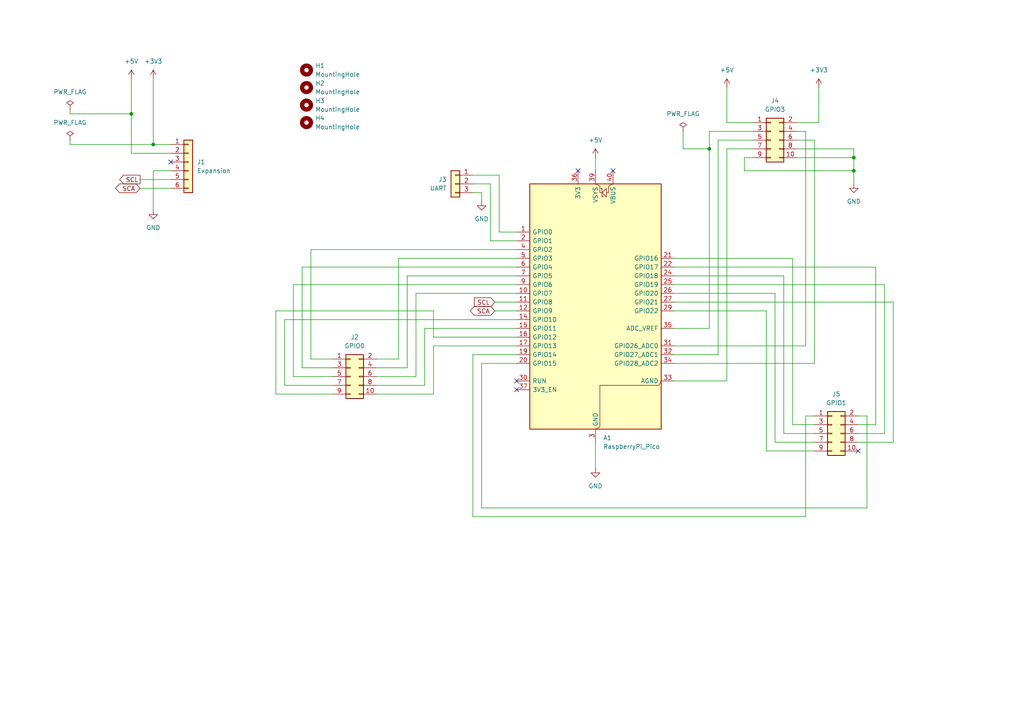
<source format=kicad_sch>
(kicad_sch (version 20231120) (generator "eeschema") (generator_version "8.0")
  (paper "A4")
  (title_block (title "Valiant Turtle 2 - Aux Board") (date "2024-10-05") (rev "1_0") (company "https://www.waitingforfriday.com") (comment 1 "(c) 2024 Simon Inns") (comment 2 "License:  Attribution-ShareAlike 4.0 International (CC BY-SA 4.0)"))
  (lib_symbols
    (symbol "Connector_Generic:Conn_01x03" (pin_names (offset 1.016) hide)
      (property "Reference" "J" (at 0 5.08 0))
      (property "Value" "Conn_01x03" (at 0 -5.08 0))
      (symbol "Conn_01x03_1_1"
        (rectangle (start -1.27 -2.413) (end 0 -2.667) (stroke (width 0.1524)))
        (rectangle (start -1.27 0.127) (end 0 -0.127) (stroke (width 0.1524)))
        (rectangle (start -1.27 2.667) (end 0 2.413) (stroke (width 0.1524)))
        (rectangle (start -1.27 3.81) (end 1.27 -3.81) (stroke (width 0.254)) (fill (type background)))
        (pin passive line (at -5.08 2.54 0) (length 3.81) (name "Pin_1") (number "1"))
        (pin passive line (at -5.08 0 0) (length 3.81) (name "Pin_2") (number "2"))
        (pin passive line (at -5.08 -2.54 0) (length 3.81) (name "Pin_3") (number "3"))
      )
    )
    (symbol "Connector_Generic:Conn_01x06" (pin_names (offset 1.016) hide)
      (property "Reference" "J" (at 0 7.62 0))
      (property "Value" "Conn_01x06" (at 0 -10.16 0))
      (symbol "Conn_01x06_1_1"
        (rectangle (start -1.27 -7.493) (end 0 -7.747) (stroke (width 0.1524)))
        (rectangle (start -1.27 -4.953) (end 0 -5.207) (stroke (width 0.1524)))
        (rectangle (start -1.27 -2.413) (end 0 -2.667) (stroke (width 0.1524)))
        (rectangle (start -1.27 0.127) (end 0 -0.127) (stroke (width 0.1524)))
        (rectangle (start -1.27 2.667) (end 0 2.413) (stroke (width 0.1524)))
        (rectangle (start -1.27 5.207) (end 0 4.953) (stroke (width 0.1524)))
        (rectangle (start -1.27 6.35) (end 1.27 -8.89) (stroke (width 0.254)) (fill (type background)))
        (pin passive line (at -5.08 5.08 0) (length 3.81) (name "Pin_1") (number "1"))
        (pin passive line (at -5.08 2.54 0) (length 3.81) (name "Pin_2") (number "2"))
        (pin passive line (at -5.08 0 0) (length 3.81) (name "Pin_3") (number "3"))
        (pin passive line (at -5.08 -2.54 0) (length 3.81) (name "Pin_4") (number "4"))
        (pin passive line (at -5.08 -5.08 0) (length 3.81) (name "Pin_5") (number "5"))
        (pin passive line (at -5.08 -7.62 0) (length 3.81) (name "Pin_6") (number "6"))
      )
    )
    (symbol "Connector_Generic:Conn_02x05_Odd_Even" (pin_names (offset 1.016) hide)
      (property "Reference" "J" (at 1.27 7.62 0))
      (property "Value" "Conn_02x05_Odd_Even" (at 1.27 -7.62 0))
      (symbol "Conn_02x05_Odd_Even_1_1"
        (rectangle (start -1.27 -4.953) (end 0 -5.207) (stroke (width 0.1524)))
        (rectangle (start -1.27 -2.413) (end 0 -2.667) (stroke (width 0.1524)))
        (rectangle (start -1.27 0.127) (end 0 -0.127) (stroke (width 0.1524)))
        (rectangle (start -1.27 2.667) (end 0 2.413) (stroke (width 0.1524)))
        (rectangle (start -1.27 5.207) (end 0 4.953) (stroke (width 0.1524)))
        (rectangle (start -1.27 6.35) (end 3.81 -6.35) (stroke (width 0.254)) (fill (type background)))
        (rectangle (start 3.81 -4.953) (end 2.54 -5.207) (stroke (width 0.1524)))
        (rectangle (start 3.81 -2.413) (end 2.54 -2.667) (stroke (width 0.1524)))
        (rectangle (start 3.81 0.127) (end 2.54 -0.127) (stroke (width 0.1524)))
        (rectangle (start 3.81 2.667) (end 2.54 2.413) (stroke (width 0.1524)))
        (rectangle (start 3.81 5.207) (end 2.54 4.953) (stroke (width 0.1524)))
        (pin passive line (at -5.08 5.08 0) (length 3.81) (name "Pin_1") (number "1"))
        (pin passive line (at 7.62 -5.08 180) (length 3.81) (name "Pin_10") (number "10"))
        (pin passive line (at 7.62 5.08 180) (length 3.81) (name "Pin_2") (number "2"))
        (pin passive line (at -5.08 2.54 0) (length 3.81) (name "Pin_3") (number "3"))
        (pin passive line (at 7.62 2.54 180) (length 3.81) (name "Pin_4") (number "4"))
        (pin passive line (at -5.08 0 0) (length 3.81) (name "Pin_5") (number "5"))
        (pin passive line (at 7.62 0 180) (length 3.81) (name "Pin_6") (number "6"))
        (pin passive line (at -5.08 -2.54 0) (length 3.81) (name "Pin_7") (number "7"))
        (pin passive line (at 7.62 -2.54 180) (length 3.81) (name "Pin_8") (number "8"))
        (pin passive line (at -5.08 -5.08 0) (length 3.81) (name "Pin_9") (number "9"))
      )
    )
    (symbol "MCU_Module_RaspberryPi_Pico:RaspberryPi_Pico" (pin_names (offset 0.762))
      (property "Reference" "A" (at -19.05 38.1 0))
      (property "Value" "RaspberryPi_Pico" (at 7.62 38.1 0))
      (symbol "RaspberryPi_Pico_0_1"
        (rectangle (start -19.05 36.83) (end 19.05 -34.29) (stroke (width 0.254)) (fill (type background)))
        (polyline (pts (xy 0 36.83) (xy 1.27 36.195) (xy 1.27 34.29) (xy 1.905 34.29)))
        (polyline (pts (xy 1.905 34.29) (xy 3.175 35.56) (xy 3.175 33.02) (xy 1.905 34.29)))
        (polyline (pts (xy 5.08 36.83) (xy 3.81 36.195) (xy 3.81 34.29) (xy 3.175 34.29)))
        (polyline (pts (xy 0 -34.29) (xy 1.27 -33.655) (xy 1.27 -21.59) (xy 18.415 -21.59) (xy 19.05 -20.32)))
        (polyline (pts (xy 1.651 35.306) (xy 1.651 35.56) (xy 1.905 35.56) (xy 1.905 33.02) (xy 2.159 33.02) (xy 2.159 33.274)))
      )
      (symbol "RaspberryPi_Pico_1_1"
        (pin bidirectional line (at -22.86 22.86 0) (length 3.81) (name "GPIO0") (number "1"))
        (pin bidirectional line (at -22.86 5.08 0) (length 3.81) (name "GPIO7") (number "10"))
        (pin bidirectional line (at -22.86 2.54 0) (length 3.81) (name "GPIO8") (number "11"))
        (pin bidirectional line (at -22.86 0 0) (length 3.81) (name "GPIO9") (number "12"))
        (pin passive line (at 0 -38.1 90) (length 3.81) hide (name "GND") (number "13"))
        (pin bidirectional line (at -22.86 -2.54 0) (length 3.81) (name "GPIO10") (number "14"))
        (pin bidirectional line (at -22.86 -5.08 0) (length 3.81) (name "GPIO11") (number "15"))
        (pin bidirectional line (at -22.86 -7.62 0) (length 3.81) (name "GPIO12") (number "16"))
        (pin bidirectional line (at -22.86 -10.16 0) (length 3.81) (name "GPIO13") (number "17"))
        (pin passive line (at 0 -38.1 90) (length 3.81) hide (name "GND") (number "18"))
        (pin bidirectional line (at -22.86 -12.7 0) (length 3.81) (name "GPIO14") (number "19"))
        (pin bidirectional line (at -22.86 20.32 0) (length 3.81) (name "GPIO1") (number "2"))
        (pin bidirectional line (at -22.86 -15.24 0) (length 3.81) (name "GPIO15") (number "20"))
        (pin bidirectional line (at 22.86 15.24 180) (length 3.81) (name "GPIO16") (number "21"))
        (pin bidirectional line (at 22.86 12.7 180) (length 3.81) (name "GPIO17") (number "22"))
        (pin passive line (at 0 -38.1 90) (length 3.81) hide (name "GND") (number "23"))
        (pin bidirectional line (at 22.86 10.16 180) (length 3.81) (name "GPIO18") (number "24"))
        (pin bidirectional line (at 22.86 7.62 180) (length 3.81) (name "GPIO19") (number "25"))
        (pin bidirectional line (at 22.86 5.08 180) (length 3.81) (name "GPIO20") (number "26"))
        (pin bidirectional line (at 22.86 2.54 180) (length 3.81) (name "GPIO21") (number "27"))
        (pin passive line (at 0 -38.1 90) (length 3.81) hide (name "GND") (number "28"))
        (pin bidirectional line (at 22.86 0 180) (length 3.81) (name "GPIO22") (number "29"))
        (pin power_out line (at 0 -38.1 90) (length 3.81) (name "GND") (number "3"))
        (pin input line (at -22.86 -20.32 0) (length 3.81) (name "RUN") (number "30"))
        (pin bidirectional line (at 22.86 -10.16 180) (length 3.81) (name "GPIO26_ADC0") (number "31"))
        (pin bidirectional line (at 22.86 -12.7 180) (length 3.81) (name "GPIO27_ADC1") (number "32"))
        (pin power_out line (at 22.86 -20.32 180) (length 3.81) (name "AGND") (number "33"))
        (pin bidirectional line (at 22.86 -15.24 180) (length 3.81) (name "GPIO28_ADC2") (number "34"))
        (pin power_in line (at 22.86 -5.08 180) (length 3.81) (name "ADC_VREF") (number "35"))
        (pin power_out line (at -5.08 40.64 270) (length 3.81) (name "3V3") (number "36"))
        (pin input line (at -22.86 -22.86 0) (length 3.81) (name "3V3_EN") (number "37"))
        (pin passive line (at 0 -38.1 90) (length 3.81) hide (name "GND") (number "38"))
        (pin power_in line (at 0 40.64 270) (length 3.81) (name "VSYS") (number "39"))
        (pin bidirectional line (at -22.86 17.78 0) (length 3.81) (name "GPIO2") (number "4"))
        (pin power_out line (at 5.08 40.64 270) (length 3.81) (name "VBUS") (number "40"))
        (pin bidirectional line (at -22.86 15.24 0) (length 3.81) (name "GPIO3") (number "5"))
        (pin bidirectional line (at -22.86 12.7 0) (length 3.81) (name "GPIO4") (number "6"))
        (pin bidirectional line (at -22.86 10.16 0) (length 3.81) (name "GPIO5") (number "7"))
        (pin passive line (at 0 -38.1 90) (length 3.81) hide (name "GND") (number "8"))
        (pin bidirectional line (at -22.86 7.62 0) (length 3.81) (name "GPIO6") (number "9"))
      )
    )
    (symbol "Mechanical:MountingHole" (pin_names (offset 1.016)) (exclude_from_sim yes) (in_bom no)
      (property "Reference" "H" (at 0 5.08 0))
      (property "Value" "MountingHole" (at 0 3.175 0))
      (symbol "MountingHole_0_1"
        (circle (center 0 0) (radius 1.27) (stroke (width 1.27)))
      )
    )
    (symbol "power:+3V3" (power) (pin_numbers hide) (pin_names (offset 0) hide)
      (property "Value" "+3V3" (at 0 3.556 0))
      (symbol "+3V3_0_1"
        (polyline (pts (xy -0.762 1.27) (xy 0 2.54)))
        (polyline (pts (xy 0 0) (xy 0 2.54)))
        (polyline (pts (xy 0 2.54) (xy 0.762 1.27)))
      )
      (symbol "+3V3_1_1"
        (pin power_in line (at 0 0 90) (length 0) (name "~") (number "1"))
      )
    )
    (symbol "power:+5V" (power) (pin_numbers hide) (pin_names (offset 0) hide)
      (property "Value" "+5V" (at 0 3.556 0))
      (symbol "+5V_0_1"
        (polyline (pts (xy -0.762 1.27) (xy 0 2.54)))
        (polyline (pts (xy 0 0) (xy 0 2.54)))
        (polyline (pts (xy 0 2.54) (xy 0.762 1.27)))
      )
      (symbol "+5V_1_1"
        (pin power_in line (at 0 0 90) (length 0) (name "~") (number "1"))
      )
    )
    (symbol "power:GND" (power) (pin_numbers hide) (pin_names (offset 0) hide)
      (property "Value" "GND" (at 0 -3.81 0))
      (symbol "GND_0_1"
        (polyline (pts (xy 0 0) (xy 0 -1.27) (xy 1.27 -1.27) (xy 0 -2.54) (xy -1.27 -1.27) (xy 0 -1.27)))
      )
      (symbol "GND_1_1"
        (pin power_in line (at 0 0 270) (length 0) (name "~") (number "1"))
      )
    )
    (symbol "power:PWR_FLAG" (power) (pin_numbers hide) (pin_names (offset 0) hide)
      (property "Value" "PWR_FLAG" (at 0 3.81 0))
      (symbol "PWR_FLAG_0_0"
        (pin power_out line (at 0 0 90) (length 0) (name "~") (number "1"))
      )
      (symbol "PWR_FLAG_0_1"
        (polyline (pts (xy 0 0) (xy 0 1.27) (xy -1.016 1.905) (xy 0 2.54) (xy 1.016 1.905) (xy 0 1.27)))
      )
    )
  )
  (junction (at 205.74 43.18))
  (junction (at 247.65 49.53))
  (junction (at 247.65 45.72))
  (junction (at 44.45 41.91))
  (junction (at 38.1 33.02))
  (no_connect (at 49.53 46.99))
  (no_connect (at 248.92 130.81))
  (no_connect (at 167.64 49.53))
  (no_connect (at 149.86 113.03))
  (no_connect (at 149.86 110.49))
  (no_connect (at 177.8 49.53))
  (wire (pts (xy 233.68 38.1) (xy 231.14 38.1)))
  (wire (pts (xy 172.72 128.27) (xy 172.72 135.89)))
  (wire (pts (xy 208.28 102.87) (xy 208.28 40.64)))
  (wire (pts (xy 236.22 40.64) (xy 231.14 40.64)))
  (wire (pts (xy 139.7 55.88) (xy 139.7 58.42)))
  (wire (pts (xy 233.68 149.86) (xy 233.68 120.65)))
  (wire (pts (xy 259.08 128.27) (xy 248.92 128.27)))
  (wire (pts (xy 139.7 147.32) (xy 251.46 147.32)))
  (wire (pts (xy 195.58 110.49) (xy 210.82 110.49)))
  (wire (pts (xy 142.24 53.34) (xy 137.16 53.34)))
  (wire (pts (xy 115.57 104.14) (xy 109.22 104.14)))
  (wire (pts (xy 205.74 95.25) (xy 205.74 43.18)))
  (wire (pts (xy 137.16 102.87) (xy 137.16 149.86)))
  (wire (pts (xy 125.73 114.3) (xy 109.22 114.3)))
  (wire (pts (xy 218.44 45.72) (xy 215.9 45.72)))
  (wire (pts (xy 251.46 147.32) (xy 251.46 120.65)))
  (wire (pts (xy 195.58 82.55) (xy 256.54 82.55)))
  (wire (pts (xy 195.58 85.09) (xy 224.79 85.09)))
  (wire (pts (xy 237.49 25.4) (xy 237.49 35.56)))
  (wire (pts (xy 218.44 35.56) (xy 210.82 35.56)))
  (wire (pts (xy 256.54 125.73) (xy 248.92 125.73)))
  (wire (pts (xy 198.12 43.18) (xy 205.74 43.18)))
  (wire (pts (xy 227.33 80.01) (xy 227.33 125.73)))
  (wire (pts (xy 210.82 25.4) (xy 210.82 35.56)))
  (wire (pts (xy 20.32 33.02) (xy 38.1 33.02)))
  (wire (pts (xy 205.74 38.1) (xy 218.44 38.1)))
  (wire (pts (xy 229.87 123.19) (xy 236.22 123.19)))
  (wire (pts (xy 144.78 67.31) (xy 144.78 50.8)))
  (wire (pts (xy 149.86 95.25) (xy 123.19 95.25)))
  (wire (pts (xy 144.78 67.31) (xy 149.86 67.31)))
  (wire (pts (xy 236.22 105.41) (xy 236.22 40.64)))
  (wire (pts (xy 82.55 111.76) (xy 96.52 111.76)))
  (wire (pts (xy 195.58 90.17) (xy 222.25 90.17)))
  (wire (pts (xy 247.65 43.18) (xy 247.65 45.72)))
  (wire (pts (xy 198.12 38.1) (xy 198.12 43.18)))
  (wire (pts (xy 85.09 109.22) (xy 96.52 109.22)))
  (wire (pts (xy 224.79 85.09) (xy 224.79 128.27)))
  (wire (pts (xy 195.58 102.87) (xy 208.28 102.87)))
  (wire (pts (xy 143.51 87.63) (xy 149.86 87.63)))
  (wire (pts (xy 195.58 74.93) (xy 229.87 74.93)))
  (wire (pts (xy 149.86 74.93) (xy 115.57 74.93)))
  (wire (pts (xy 149.86 92.71) (xy 82.55 92.71)))
  (wire (pts (xy 195.58 80.01) (xy 227.33 80.01)))
  (wire (pts (xy 254 123.19) (xy 248.92 123.19)))
  (wire (pts (xy 118.11 80.01) (xy 118.11 106.68)))
  (wire (pts (xy 44.45 41.91) (xy 44.45 22.86)))
  (wire (pts (xy 123.19 95.25) (xy 123.19 111.76)))
  (wire (pts (xy 40.64 52.07) (xy 49.53 52.07)))
  (wire (pts (xy 195.58 77.47) (xy 254 77.47)))
  (wire (pts (xy 149.86 97.79) (xy 125.73 97.79)))
  (wire (pts (xy 215.9 45.72) (xy 215.9 49.53)))
  (wire (pts (xy 222.25 90.17) (xy 222.25 130.81)))
  (wire (pts (xy 125.73 97.79) (xy 125.73 90.17)))
  (wire (pts (xy 222.25 130.81) (xy 236.22 130.81)))
  (wire (pts (xy 224.79 128.27) (xy 236.22 128.27)))
  (wire (pts (xy 210.82 43.18) (xy 218.44 43.18)))
  (wire (pts (xy 195.58 100.33) (xy 233.68 100.33)))
  (wire (pts (xy 149.86 72.39) (xy 90.17 72.39)))
  (wire (pts (xy 85.09 82.55) (xy 85.09 109.22)))
  (wire (pts (xy 49.53 41.91) (xy 44.45 41.91)))
  (wire (pts (xy 149.86 102.87) (xy 137.16 102.87)))
  (wire (pts (xy 231.14 43.18) (xy 247.65 43.18)))
  (wire (pts (xy 125.73 90.17) (xy 80.01 90.17)))
  (wire (pts (xy 195.58 87.63) (xy 259.08 87.63)))
  (wire (pts (xy 143.51 90.17) (xy 149.86 90.17)))
  (wire (pts (xy 49.53 49.53) (xy 44.45 49.53)))
  (wire (pts (xy 215.9 49.53) (xy 247.65 49.53)))
  (wire (pts (xy 87.63 106.68) (xy 96.52 106.68)))
  (wire (pts (xy 20.32 41.91) (xy 44.45 41.91)))
  (wire (pts (xy 208.28 40.64) (xy 218.44 40.64)))
  (wire (pts (xy 137.16 149.86) (xy 233.68 149.86)))
  (wire (pts (xy 195.58 105.41) (xy 236.22 105.41)))
  (wire (pts (xy 233.68 120.65) (xy 236.22 120.65)))
  (wire (pts (xy 254 77.47) (xy 254 123.19)))
  (wire (pts (xy 120.65 109.22) (xy 109.22 109.22)))
  (wire (pts (xy 120.65 85.09) (xy 120.65 109.22)))
  (wire (pts (xy 38.1 33.02) (xy 38.1 22.86)))
  (wire (pts (xy 205.74 43.18) (xy 205.74 38.1)))
  (wire (pts (xy 259.08 87.63) (xy 259.08 128.27)))
  (wire (pts (xy 40.64 54.61) (xy 49.53 54.61)))
  (wire (pts (xy 90.17 72.39) (xy 90.17 104.14)))
  (wire (pts (xy 149.86 85.09) (xy 120.65 85.09)))
  (wire (pts (xy 90.17 104.14) (xy 96.52 104.14)))
  (wire (pts (xy 20.32 40.64) (xy 20.32 41.91)))
  (wire (pts (xy 149.86 82.55) (xy 85.09 82.55)))
  (wire (pts (xy 142.24 69.85) (xy 142.24 53.34)))
  (wire (pts (xy 251.46 120.65) (xy 248.92 120.65)))
  (wire (pts (xy 87.63 77.47) (xy 87.63 106.68)))
  (wire (pts (xy 80.01 114.3) (xy 96.52 114.3)))
  (wire (pts (xy 149.86 105.41) (xy 139.7 105.41)))
  (wire (pts (xy 149.86 100.33) (xy 125.73 100.33)))
  (wire (pts (xy 247.65 49.53) (xy 247.65 53.34)))
  (wire (pts (xy 139.7 105.41) (xy 139.7 147.32)))
  (wire (pts (xy 256.54 82.55) (xy 256.54 125.73)))
  (wire (pts (xy 115.57 74.93) (xy 115.57 104.14)))
  (wire (pts (xy 38.1 33.02) (xy 38.1 44.45)))
  (wire (pts (xy 172.72 45.72) (xy 172.72 49.53)))
  (wire (pts (xy 118.11 106.68) (xy 109.22 106.68)))
  (wire (pts (xy 144.78 50.8) (xy 137.16 50.8)))
  (wire (pts (xy 49.53 44.45) (xy 38.1 44.45)))
  (wire (pts (xy 125.73 100.33) (xy 125.73 114.3)))
  (wire (pts (xy 229.87 74.93) (xy 229.87 123.19)))
  (wire (pts (xy 195.58 95.25) (xy 205.74 95.25)))
  (wire (pts (xy 231.14 45.72) (xy 247.65 45.72)))
  (wire (pts (xy 227.33 125.73) (xy 236.22 125.73)))
  (wire (pts (xy 137.16 55.88) (xy 139.7 55.88)))
  (wire (pts (xy 210.82 110.49) (xy 210.82 43.18)))
  (wire (pts (xy 80.01 90.17) (xy 80.01 114.3)))
  (wire (pts (xy 123.19 111.76) (xy 109.22 111.76)))
  (wire (pts (xy 233.68 100.33) (xy 233.68 38.1)))
  (wire (pts (xy 82.55 92.71) (xy 82.55 111.76)))
  (wire (pts (xy 44.45 49.53) (xy 44.45 60.96)))
  (wire (pts (xy 149.86 69.85) (xy 142.24 69.85)))
  (wire (pts (xy 231.14 35.56) (xy 237.49 35.56)))
  (wire (pts (xy 20.32 31.75) (xy 20.32 33.02)))
  (wire (pts (xy 247.65 45.72) (xy 247.65 49.53)))
  (wire (pts (xy 149.86 80.01) (xy 118.11 80.01)))
  (wire (pts (xy 149.86 77.47) (xy 87.63 77.47)))
  (global_label "SCL" (shape output) (at 40.64 52.07 180) (property "Intersheetrefs" "${INTERSHEET_REFS}" (effects (hide yes))))
  (global_label "SCA" (shape bidirectional) (at 40.64 54.61 180) (property "Intersheetrefs" "${INTERSHEET_REFS}" (effects (hide yes))))
  (global_label "SCA" (shape bidirectional) (at 143.51 90.17 180) (property "Intersheetrefs" "${INTERSHEET_REFS}" (effects (hide yes))))
  (global_label "SCL" (shape input) (at 143.51 87.63 180) (property "Intersheetrefs" "${INTERSHEET_REFS}" (effects (hide yes))))
  (symbol (lib_id "Connector_Generic:Conn_02x05_Odd_Even") (at 101.6 109.22 0) (unit 1)
    (property "Reference" "J2" (at 102.87 97.79 0))
    (property "Value" "GPIO0" (at 102.87 100.33 0))
    (property "Footprint" "Connector_IDC:IDC-Header_2x05_P2.54mm_Vertical" (effects (hide yes)))
    (property "Description" "Generic connector, double row, 02x05, odd/even pin numbering scheme (row 1 odd numbers, row 2 even numbers), script generated (kicad-library-utils/schlib/autogen/connector/)" (effects (hide yes)))
  )
  (symbol (lib_id "Connector_Generic:Conn_02x05_Odd_Even") (at 241.3 125.73 0) (unit 1)
    (property "Reference" "J5" (at 242.57 114.3 0))
    (property "Value" "GPIO1" (at 242.57 116.84 0))
    (property "Footprint" "Connector_IDC:IDC-Header_2x05_P2.54mm_Vertical" (effects (hide yes)))
    (property "Description" "Generic connector, double row, 02x05, odd/even pin numbering scheme (row 1 odd numbers, row 2 even numbers), script generated (kicad-library-utils/schlib/autogen/connector/)" (effects (hide yes)))
  )
  (symbol (lib_id "Mechanical:MountingHole") (at 88.9 25.4 0) (unit 1) (exclude_from_sim yes) (in_bom no)
    (property "Reference" "H2" (at 91.44 24.1299 0) (effects (justify left)))
    (property "Value" "MountingHole" (at 91.44 26.6699 0) (effects (justify left)))
    (property "Footprint" "MountingHole:MountingHole_3.2mm_M3" (effects (hide yes)))
    (property "Description" "Mounting Hole without connection" (effects (hide yes)))
  )
  (symbol (lib_id "Connector_Generic:Conn_01x06") (at 54.61 46.99 0) (unit 1)
    (property "Reference" "J1" (at 57.15 46.9899 0) (effects (justify left)))
    (property "Value" "Expansion" (at 57.15 49.5299 0) (effects (justify left)))
    (property "Footprint" "Connector_JST:JST_XH_B6B-XH-A_1x06_P2.50mm_Vertical" (effects (hide yes)))
    (property "Description" "Generic connector, single row, 01x06, script generated (kicad-library-utils/schlib/autogen/connector/)" (effects (hide yes)))
  )
  (symbol (lib_id "power:GND") (at 172.72 135.89 0) (unit 1)
    (property "Reference" "#PWR07" (effects (hide yes)))
    (property "Value" "GND" (at 172.72 140.97 0))
    (property "Description" "Power symbol creates a global label with name \"GND\" , ground" (effects (hide yes)))
  )
  (symbol (lib_id "power:GND") (at 247.65 53.34 0) (unit 1)
    (property "Reference" "#PWR010" (effects (hide yes)))
    (property "Value" "GND" (at 247.65 58.42 0))
    (property "Description" "Power symbol creates a global label with name \"GND\" , ground" (effects (hide yes)))
  )
  (symbol (lib_id "power:PWR_FLAG") (at 198.12 38.1 0) (unit 1)
    (property "Reference" "#FLG04" (effects (hide yes)))
    (property "Value" "PWR_FLAG" (at 198.12 33.02 0))
    (property "Description" "Special symbol for telling ERC where power comes from" (effects (hide yes)))
  )
  (symbol (lib_id "power:PWR_FLAG") (at 20.32 40.64 0) (unit 1)
    (property "Reference" "#FLG03" (effects (hide yes)))
    (property "Value" "PWR_FLAG" (at 20.32 35.56 0))
    (property "Description" "Special symbol for telling ERC where power comes from" (effects (hide yes)))
  )
  (symbol (lib_id "Mechanical:MountingHole") (at 88.9 20.32 0) (unit 1) (exclude_from_sim yes) (in_bom no)
    (property "Reference" "H1" (at 91.44 19.0499 0) (effects (justify left)))
    (property "Value" "MountingHole" (at 91.44 21.5899 0) (effects (justify left)))
    (property "Footprint" "MountingHole:MountingHole_3.2mm_M3" (effects (hide yes)))
    (property "Description" "Mounting Hole without connection" (effects (hide yes)))
  )
  (symbol (lib_id "power:+5V") (at 38.1 22.86 0) (unit 1)
    (property "Reference" "#PWR02" (effects (hide yes)))
    (property "Value" "+5V" (at 38.1 17.78 0))
    (property "Description" "Power symbol creates a global label with name \"+5V\"" (effects (hide yes)))
  )
  (symbol (lib_id "Mechanical:MountingHole") (at 88.9 35.56 0) (unit 1) (exclude_from_sim yes) (in_bom no)
    (property "Reference" "H4" (at 91.44 34.2899 0) (effects (justify left)))
    (property "Value" "MountingHole" (at 91.44 36.8299 0) (effects (justify left)))
    (property "Footprint" "MountingHole:MountingHole_3.2mm_M3" (effects (hide yes)))
    (property "Description" "Mounting Hole without connection" (effects (hide yes)))
  )
  (symbol (lib_id "Connector_Generic:Conn_02x05_Odd_Even") (at 223.52 40.64 0) (unit 1)
    (property "Reference" "J4" (at 224.79 29.21 0))
    (property "Value" "GPIO3" (at 224.79 31.75 0))
    (property "Footprint" "Connector_IDC:IDC-Header_2x05_P2.54mm_Vertical" (effects (hide yes)))
    (property "Description" "Generic connector, double row, 02x05, odd/even pin numbering scheme (row 1 odd numbers, row 2 even numbers), script generated (kicad-library-utils/schlib/autogen/connector/)" (effects (hide yes)))
  )
  (symbol (lib_id "power:+5V") (at 210.82 25.4 0) (unit 1)
    (property "Reference" "#PWR08" (effects (hide yes)))
    (property "Value" "+5V" (at 210.82 20.32 0))
    (property "Description" "Power symbol creates a global label with name \"+5V\"" (effects (hide yes)))
  )
  (symbol (lib_id "power:+3V3") (at 44.45 22.86 0) (unit 1)
    (property "Reference" "#PWR03" (effects (hide yes)))
    (property "Value" "+3V3" (at 44.45 17.78 0))
    (property "Description" "Power symbol creates a global label with name \"+3V3\"" (effects (hide yes)))
  )
  (symbol (lib_id "power:PWR_FLAG") (at 20.32 31.75 0) (unit 1)
    (property "Reference" "#FLG02" (effects (hide yes)))
    (property "Value" "PWR_FLAG" (at 20.32 26.67 0))
    (property "Description" "Special symbol for telling ERC where power comes from" (effects (hide yes)))
  )
  (symbol (lib_id "Connector_Generic:Conn_01x03") (at 132.08 53.34 0) (mirror y) (unit 1)
    (property "Reference" "J3" (at 129.54 52.0699 0) (effects (justify left)))
    (property "Value" "UART" (at 129.54 54.6099 0) (effects (justify left)))
    (property "Footprint" "Connector_PinHeader_2.54mm:PinHeader_1x03_P2.54mm_Vertical" (effects (hide yes)))
    (property "Description" "Generic connector, single row, 01x03, script generated (kicad-library-utils/schlib/autogen/connector/)" (effects (hide yes)))
  )
  (symbol (lib_id "power:+3V3") (at 237.49 25.4 0) (unit 1)
    (property "Reference" "#PWR09" (effects (hide yes)))
    (property "Value" "+3V3" (at 237.49 20.32 0))
    (property "Description" "Power symbol creates a global label with name \"+3V3\"" (effects (hide yes)))
  )
  (symbol (lib_id "Mechanical:MountingHole") (at 88.9 30.48 0) (unit 1) (exclude_from_sim yes) (in_bom no)
    (property "Reference" "H3" (at 91.44 29.2099 0) (effects (justify left)))
    (property "Value" "MountingHole" (at 91.44 31.7499 0) (effects (justify left)))
    (property "Footprint" "MountingHole:MountingHole_3.2mm_M3" (effects (hide yes)))
    (property "Description" "Mounting Hole without connection" (effects (hide yes)))
  )
  (symbol (lib_id "power:GND") (at 44.45 60.96 0) (unit 1)
    (property "Reference" "#PWR04" (effects (hide yes)))
    (property "Value" "GND" (at 44.45 66.04 0))
    (property "Description" "Power symbol creates a global label with name \"GND\" , ground" (effects (hide yes)))
  )
  (symbol (lib_id "power:GND") (at 139.7 58.42 0) (unit 1)
    (property "Reference" "#PWR05" (effects (hide yes)))
    (property "Value" "GND" (at 139.7 63.5 0))
    (property "Description" "Power symbol creates a global label with name \"GND\" , ground" (effects (hide yes)))
  )
  (symbol (lib_id "MCU_Module_RaspberryPi_Pico:RaspberryPi_Pico") (at 172.72 90.17 0) (unit 1)
    (property "Reference" "A1" (at 174.9141 127 0) (effects (justify left)))
    (property "Value" "RaspberryPi_Pico" (at 174.9141 129.54 0) (effects (justify left)))
    (property "Footprint" "Module_RaspberryPi_Pico:RaspberryPi_Pico_Common" (effects (hide yes)))
    (property "Datasheet" "https://datasheets.raspberrypi.com/pico/pico-datasheet.pdf" (effects (hide yes)))
    (property "Description" "Versatile and inexpensive microcontroller module powered by RP2040 dual-core Arm Cortex-M0+ processor up to 133 MHz, 264kB SRAM, 2MB QSPI flash" (effects (hide yes)))
  )
  (symbol (lib_id "power:+5V") (at 172.72 45.72 0) (unit 1)
    (property "Reference" "#PWR06" (effects (hide yes)))
    (property "Value" "+5V" (at 172.72 40.64 0))
    (property "Description" "Power symbol creates a global label with name \"+5V\"" (effects (hide yes)))
  )
)
</source>
